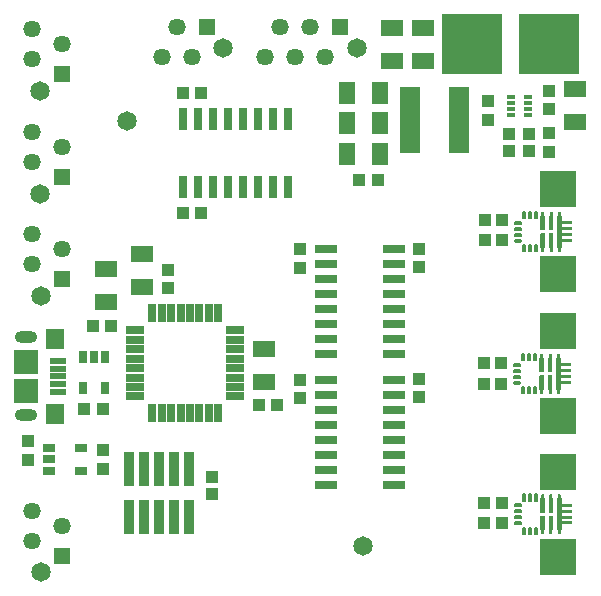
<source format=gbr>
%TF.GenerationSoftware,Altium Limited,Altium Designer,22.9.1 (49)*%
G04 Layer_Color=8388736*
%FSLAX45Y45*%
%MOMM*%
%TF.SameCoordinates,EA90029D-DDF1-4691-B258-B80E594B725E*%
%TF.FilePolarity,Negative*%
%TF.FileFunction,Soldermask,Top*%
%TF.Part,Single*%
G01*
G75*
%TA.AperFunction,SMDPad,CuDef*%
%ADD57R,1.05000X1.05000*%
%ADD58R,1.90000X1.40000*%
%ADD59R,1.05000X1.05000*%
%ADD61R,1.85000X0.70000*%
%ADD62R,1.00000X1.00000*%
%ADD63R,1.00000X1.00000*%
%TA.AperFunction,ComponentPad*%
%ADD64O,1.90000X1.00000*%
%ADD65R,1.45800X1.45800*%
%ADD66C,1.45800*%
%ADD67C,1.65000*%
%ADD68R,1.45800X1.45800*%
%TA.AperFunction,WasherPad*%
%ADD69C,1.65000*%
%TA.AperFunction,SMDPad,CuDef*%
%ADD73R,0.70000X0.40000*%
%ADD74R,1.75000X5.70000*%
%ADD75R,0.70000X1.10000*%
%TA.AperFunction,ConnectorPad*%
%ADD76R,1.45000X0.50000*%
%ADD77R,1.50000X1.70000*%
%TA.AperFunction,SMDPad,CuDef*%
%ADD78R,2.00000X2.00000*%
%ADD79R,0.65000X1.55000*%
%ADD80R,1.55000X0.65000*%
%ADD81R,3.10000X3.10000*%
%ADD82R,1.40000X1.90000*%
%ADD83R,5.10000X5.10000*%
%ADD84R,0.70000X1.85000*%
%ADD85R,0.84000X2.89000*%
%ADD86R,1.10000X0.70000*%
G36*
X8884600Y7229415D02*
Y7179415D01*
X8874600Y7169415D01*
X8859600D01*
X8849600Y7179415D01*
Y7229415D01*
X8859600Y7239415D01*
X8874600D01*
X8884600Y7229415D01*
D02*
G37*
G36*
X8834600D02*
Y7179415D01*
X8824600Y7169415D01*
X8809600D01*
X8799600Y7179415D01*
Y7229415D01*
X8809600Y7239415D01*
X8824600D01*
X8834600Y7229415D01*
D02*
G37*
G36*
X8784600D02*
Y7179415D01*
X8774600Y7169415D01*
X8759600D01*
X8749600Y7179415D01*
Y7229415D01*
X8759600Y7239415D01*
X8774600D01*
X8784600Y7229415D01*
D02*
G37*
G36*
X8749600Y7146915D02*
Y7131915D01*
X8739600Y7121915D01*
X8689600D01*
X8679600Y7131915D01*
Y7146915D01*
X8689600Y7156915D01*
X8739600D01*
X8749600Y7146915D01*
D02*
G37*
G36*
X9007098Y7229415D02*
X9007099Y7199415D01*
X9014598D01*
Y7081915D01*
X9009598Y7076914D01*
X8979599Y7076915D01*
X8974599Y7081914D01*
Y7199415D01*
X8982099D01*
Y7229415D01*
X8987099Y7234415D01*
X9002099D01*
X9007098Y7229415D01*
D02*
G37*
G36*
X8937097D02*
Y7199415D01*
X8944597D01*
X8944597Y7081915D01*
X8939597Y7076914D01*
X8909597Y7076915D01*
X8904597Y7081914D01*
Y7199415D01*
X8912097D01*
Y7229415D01*
X8917097Y7234415D01*
X8932097D01*
X8937097Y7229415D01*
D02*
G37*
G36*
X8749600Y7096915D02*
Y7081915D01*
X8739600Y7071915D01*
X8689600D01*
X8679600Y7081915D01*
Y7096915D01*
X8689600Y7106915D01*
X8739600D01*
X8749600Y7096915D01*
D02*
G37*
G36*
Y7046915D02*
Y7031915D01*
X8739600Y7021915D01*
X8689600D01*
X8679600Y7031915D01*
Y7046915D01*
X8689600Y7056915D01*
X8739600D01*
X8749600Y7046915D01*
D02*
G37*
G36*
Y6996915D02*
Y6981915D01*
X8739600Y6971915D01*
X8689600D01*
X8679600Y6981915D01*
Y6996915D01*
X8689600Y7006915D01*
X8739600D01*
X8749600Y6996915D01*
D02*
G37*
G36*
X9009602Y7051917D02*
X9014602Y7046917D01*
Y6929417D01*
X9007102D01*
Y6899417D01*
X9002102Y6894417D01*
X8987102D01*
X8982102Y6899417D01*
X8982102Y6929417D01*
X8974602D01*
Y7046917D01*
X8979602Y7051917D01*
X9009602Y7051917D01*
D02*
G37*
G36*
X9077100Y7229415D02*
Y7199415D01*
X9084600D01*
Y7151915D01*
X9169600D01*
X9174600Y7146915D01*
Y7131915D01*
X9169600Y7126915D01*
X9084600D01*
Y7101915D01*
X9169600D01*
X9174600Y7096915D01*
Y7081915D01*
X9169600Y7076915D01*
X9084600D01*
Y7051915D01*
X9169600D01*
X9174600Y7046915D01*
Y7031915D01*
X9169600Y7026915D01*
X9084600D01*
Y7001915D01*
X9169600D01*
X9174600Y6996915D01*
Y6981915D01*
X9169600Y6976915D01*
X9084600D01*
Y6929415D01*
X9077100D01*
Y6899415D01*
X9072100Y6894415D01*
X9057100D01*
X9052100Y6899415D01*
Y6929415D01*
X9044600D01*
Y7199415D01*
X9052100D01*
X9052100Y7229415D01*
X9057100Y7234415D01*
X9072100D01*
X9077100Y7229415D01*
D02*
G37*
G36*
X8939600Y7051915D02*
X8944600Y7046915D01*
Y6929415D01*
X8937100D01*
X8937100Y6899415D01*
X8932100Y6894415D01*
X8917100D01*
X8912100Y6899415D01*
X8912100Y6929415D01*
X8904600D01*
Y7046915D01*
X8909600Y7051915D01*
X8939600Y7051915D01*
D02*
G37*
G36*
X8884600Y6949415D02*
Y6899415D01*
X8874600Y6889415D01*
X8859600D01*
X8849600Y6899415D01*
Y6949415D01*
X8859600Y6959415D01*
X8874600D01*
X8884600Y6949415D01*
D02*
G37*
G36*
X8834600D02*
Y6899415D01*
X8824600Y6889415D01*
X8809600D01*
X8799600Y6899415D01*
Y6949415D01*
X8809600Y6959415D01*
X8824600D01*
X8834600Y6949415D01*
D02*
G37*
G36*
X8784600D02*
Y6899415D01*
X8774600Y6889415D01*
X8759600D01*
X8749600Y6899415D01*
Y6949415D01*
X8759600Y6959415D01*
X8774600D01*
X8784600Y6949415D01*
D02*
G37*
G36*
X8876480Y6027273D02*
Y5977273D01*
X8866480Y5967273D01*
X8851480D01*
X8841480Y5977273D01*
Y6027273D01*
X8851480Y6037273D01*
X8866480D01*
X8876480Y6027273D01*
D02*
G37*
G36*
X8826480D02*
Y5977273D01*
X8816480Y5967273D01*
X8801480D01*
X8791480Y5977273D01*
Y6027273D01*
X8801480Y6037273D01*
X8816480D01*
X8826480Y6027273D01*
D02*
G37*
G36*
X8776480D02*
Y5977273D01*
X8766480Y5967273D01*
X8751480D01*
X8741480Y5977273D01*
Y6027273D01*
X8751480Y6037273D01*
X8766480D01*
X8776480Y6027273D01*
D02*
G37*
G36*
X8741480Y5944773D02*
Y5929773D01*
X8731480Y5919773D01*
X8681480D01*
X8671480Y5929773D01*
Y5944773D01*
X8681480Y5954773D01*
X8731480D01*
X8741480Y5944773D01*
D02*
G37*
G36*
X8998978Y6027273D02*
X8998978Y5997273D01*
X9006478D01*
Y5879773D01*
X9001478Y5874773D01*
X8971478Y5874773D01*
X8966478Y5879773D01*
Y5997273D01*
X8973978D01*
Y6027273D01*
X8978978Y6032273D01*
X8993978D01*
X8998978Y6027273D01*
D02*
G37*
G36*
X8928977D02*
Y5997273D01*
X8936477D01*
X8936476Y5879773D01*
X8931476Y5874773D01*
X8901476Y5874773D01*
X8896476Y5879773D01*
Y5997273D01*
X8903977D01*
Y6027273D01*
X8908977Y6032273D01*
X8923977D01*
X8928977Y6027273D01*
D02*
G37*
G36*
X8741480Y5894773D02*
Y5879773D01*
X8731480Y5869773D01*
X8681480D01*
X8671480Y5879773D01*
Y5894773D01*
X8681480Y5904773D01*
X8731480D01*
X8741480Y5894773D01*
D02*
G37*
G36*
Y5844773D02*
Y5829773D01*
X8731480Y5819773D01*
X8681480D01*
X8671480Y5829773D01*
Y5844773D01*
X8681480Y5854773D01*
X8731480D01*
X8741480Y5844773D01*
D02*
G37*
G36*
Y5794773D02*
Y5779773D01*
X8731480Y5769773D01*
X8681480D01*
X8671480Y5779773D01*
Y5794773D01*
X8681480Y5804773D01*
X8731480D01*
X8741480Y5794773D01*
D02*
G37*
G36*
X9001481Y5849775D02*
X9006481Y5844776D01*
Y5727276D01*
X8998981D01*
Y5697276D01*
X8993981Y5692276D01*
X8978981D01*
X8973982Y5697276D01*
X8973981Y5727276D01*
X8966481D01*
Y5844775D01*
X8971481Y5849776D01*
X9001481Y5849775D01*
D02*
G37*
G36*
X9068980Y6027273D02*
Y5997273D01*
X9076480D01*
Y5949773D01*
X9161480D01*
X9166480Y5944773D01*
Y5929773D01*
X9161480Y5924773D01*
X9076480D01*
Y5899773D01*
X9161480D01*
X9166480Y5894773D01*
Y5879773D01*
X9161480Y5874773D01*
X9076480D01*
Y5849773D01*
X9161480D01*
X9166480Y5844773D01*
Y5829773D01*
X9161480Y5824773D01*
X9076480D01*
Y5799773D01*
X9161480D01*
X9166480Y5794773D01*
Y5779773D01*
X9161480Y5774773D01*
X9076480D01*
Y5727273D01*
X9068980D01*
Y5697273D01*
X9063980Y5692273D01*
X9048980D01*
X9043980Y5697273D01*
Y5727273D01*
X9036480D01*
Y5997273D01*
X9043980D01*
X9043980Y6027273D01*
X9048980Y6032273D01*
X9063980D01*
X9068980Y6027273D01*
D02*
G37*
G36*
X8931480Y5849773D02*
X8936480Y5844773D01*
Y5727273D01*
X8928980D01*
X8928980Y5697273D01*
X8923980Y5692273D01*
X8908980D01*
X8903980Y5697273D01*
X8903980Y5727273D01*
X8896480D01*
Y5844773D01*
X8901480Y5849773D01*
X8931480Y5849773D01*
D02*
G37*
G36*
X8876480Y5747273D02*
Y5697273D01*
X8866480Y5687273D01*
X8851480D01*
X8841480Y5697273D01*
Y5747273D01*
X8851480Y5757273D01*
X8866480D01*
X8876480Y5747273D01*
D02*
G37*
G36*
X8826480D02*
Y5697273D01*
X8816480Y5687273D01*
X8801480D01*
X8791480Y5697273D01*
Y5747273D01*
X8801480Y5757273D01*
X8816480D01*
X8826480Y5747273D01*
D02*
G37*
G36*
X8776480D02*
Y5697273D01*
X8766480Y5687273D01*
X8751480D01*
X8741480Y5697273D01*
Y5747273D01*
X8751480Y5757273D01*
X8766480D01*
X8776480Y5747273D01*
D02*
G37*
G36*
X8883563Y4838725D02*
Y4788725D01*
X8873563Y4778725D01*
X8858563D01*
X8848563Y4788725D01*
Y4838725D01*
X8858563Y4848725D01*
X8873563D01*
X8883563Y4838725D01*
D02*
G37*
G36*
X8833563D02*
Y4788725D01*
X8823563Y4778725D01*
X8808563D01*
X8798563Y4788725D01*
Y4838725D01*
X8808563Y4848725D01*
X8823563D01*
X8833563Y4838725D01*
D02*
G37*
G36*
X8783563D02*
Y4788725D01*
X8773563Y4778725D01*
X8758563D01*
X8748563Y4788725D01*
Y4838725D01*
X8758563Y4848725D01*
X8773563D01*
X8783563Y4838725D01*
D02*
G37*
G36*
X8748563Y4756225D02*
Y4741225D01*
X8738563Y4731225D01*
X8688563D01*
X8678563Y4741225D01*
Y4756225D01*
X8688563Y4766225D01*
X8738563D01*
X8748563Y4756225D01*
D02*
G37*
G36*
X9006061Y4838725D02*
X9006062Y4808725D01*
X9013562D01*
Y4691225D01*
X9008562Y4686225D01*
X8978562Y4686225D01*
X8973562Y4691225D01*
Y4808725D01*
X8981062D01*
Y4838725D01*
X8986062Y4843725D01*
X9001062D01*
X9006061Y4838725D01*
D02*
G37*
G36*
X8936060D02*
Y4808725D01*
X8943560D01*
X8943560Y4691225D01*
X8938560Y4686225D01*
X8908560Y4686225D01*
X8903560Y4691225D01*
Y4808725D01*
X8911060D01*
Y4838725D01*
X8916060Y4843725D01*
X8931060D01*
X8936060Y4838725D01*
D02*
G37*
G36*
X8748563Y4706225D02*
Y4691225D01*
X8738563Y4681225D01*
X8688563D01*
X8678563Y4691225D01*
Y4706225D01*
X8688563Y4716225D01*
X8738563D01*
X8748563Y4706225D01*
D02*
G37*
G36*
Y4656225D02*
Y4641225D01*
X8738563Y4631225D01*
X8688563D01*
X8678563Y4641225D01*
Y4656225D01*
X8688563Y4666225D01*
X8738563D01*
X8748563Y4656225D01*
D02*
G37*
G36*
Y4606225D02*
Y4591225D01*
X8738563Y4581225D01*
X8688563D01*
X8678563Y4591225D01*
Y4606225D01*
X8688563Y4616225D01*
X8738563D01*
X8748563Y4606225D01*
D02*
G37*
G36*
X9008565Y4661227D02*
X9013565Y4656227D01*
Y4538727D01*
X9006065D01*
Y4508727D01*
X9001065Y4503727D01*
X8986065D01*
X8981065Y4508727D01*
X8981065Y4538727D01*
X8973565D01*
Y4656227D01*
X8978565Y4661227D01*
X9008565Y4661227D01*
D02*
G37*
G36*
X9076063Y4838725D02*
Y4808725D01*
X9083563D01*
Y4761225D01*
X9168563D01*
X9173563Y4756225D01*
Y4741225D01*
X9168563Y4736225D01*
X9083563D01*
Y4711225D01*
X9168563D01*
X9173563Y4706225D01*
Y4691225D01*
X9168563Y4686225D01*
X9083563D01*
Y4661225D01*
X9168563D01*
X9173563Y4656225D01*
Y4641225D01*
X9168563Y4636225D01*
X9083563D01*
Y4611225D01*
X9168563D01*
X9173563Y4606225D01*
Y4591225D01*
X9168563Y4586225D01*
X9083563D01*
Y4538725D01*
X9076063D01*
Y4508725D01*
X9071063Y4503725D01*
X9056063D01*
X9051063Y4508725D01*
Y4538725D01*
X9043563D01*
Y4808725D01*
X9051063D01*
X9051063Y4838725D01*
X9056063Y4843725D01*
X9071063D01*
X9076063Y4838725D01*
D02*
G37*
G36*
X8938563Y4661225D02*
X8943563Y4656225D01*
Y4538725D01*
X8936063D01*
X8936063Y4508725D01*
X8931063Y4503725D01*
X8916063D01*
X8911063Y4508725D01*
X8911063Y4538725D01*
X8903563D01*
Y4656225D01*
X8908563Y4661225D01*
X8938563Y4661225D01*
D02*
G37*
G36*
X8883563Y4558725D02*
Y4508725D01*
X8873563Y4498725D01*
X8858563D01*
X8848563Y4508725D01*
Y4558725D01*
X8858563Y4568725D01*
X8873563D01*
X8883563Y4558725D01*
D02*
G37*
G36*
X8833563D02*
Y4508725D01*
X8823563Y4498725D01*
X8808563D01*
X8798563Y4508725D01*
Y4558725D01*
X8808563Y4568725D01*
X8823563D01*
X8833563Y4558725D01*
D02*
G37*
G36*
X8783563D02*
Y4508725D01*
X8773563Y4498725D01*
X8758563D01*
X8748563Y4508725D01*
Y4558725D01*
X8758563Y4568725D01*
X8773563D01*
X8783563Y4558725D01*
D02*
G37*
D57*
X5042498Y5559578D02*
D03*
X5197499D02*
D03*
X5115000Y6270000D02*
D03*
X5270000D02*
D03*
X5875000Y7225720D02*
D03*
X6030001D02*
D03*
X7527501Y7501295D02*
D03*
X7372500D02*
D03*
X6030000Y8236571D02*
D03*
X5874999D02*
D03*
X6675431Y5594576D02*
D03*
X6520430D02*
D03*
D58*
X9200430Y7991918D02*
D03*
Y8271918D02*
D03*
X5530000Y6600000D02*
D03*
Y6879999D02*
D03*
X5230000Y6745426D02*
D03*
Y6465426D02*
D03*
X7910424Y8510001D02*
D03*
Y8790000D02*
D03*
X6562929Y5790000D02*
D03*
Y6070000D02*
D03*
X7650002Y8510001D02*
D03*
Y8790000D02*
D03*
D59*
X8458727Y8169076D02*
D03*
Y8014080D02*
D03*
X8980002Y7742072D02*
D03*
Y7897073D02*
D03*
X7880427Y5664999D02*
D03*
Y5820000D02*
D03*
X7880424Y6764999D02*
D03*
Y6920000D02*
D03*
X8980000Y8260001D02*
D03*
Y8105000D02*
D03*
X6869575Y5807498D02*
D03*
Y5652497D02*
D03*
X6869572Y6916003D02*
D03*
Y6761002D02*
D03*
X4564653Y5288989D02*
D03*
Y5133988D02*
D03*
X5750423Y6585004D02*
D03*
Y6740000D02*
D03*
X5197429Y5058991D02*
D03*
Y5213992D02*
D03*
D61*
X7087503Y5812074D02*
D03*
Y5685074D02*
D03*
Y5304074D02*
D03*
Y5177074D02*
D03*
Y5050074D02*
D03*
Y4923074D02*
D03*
X7662503Y5812074D02*
D03*
Y5685074D02*
D03*
Y5558074D02*
D03*
Y5431074D02*
D03*
Y5050074D02*
D03*
Y4923074D02*
D03*
Y5304074D02*
D03*
Y5177074D02*
D03*
X7087503Y5431074D02*
D03*
Y5558074D02*
D03*
X7087500Y6920000D02*
D03*
Y6793000D02*
D03*
Y6666000D02*
D03*
Y6539000D02*
D03*
Y6412000D02*
D03*
Y6285000D02*
D03*
Y6158000D02*
D03*
Y6031000D02*
D03*
X7662500Y6920000D02*
D03*
Y6793000D02*
D03*
Y6666000D02*
D03*
Y6539000D02*
D03*
Y6412000D02*
D03*
Y6285000D02*
D03*
Y6158000D02*
D03*
Y6031000D02*
D03*
D62*
X8581674Y6990238D02*
D03*
X8431672D02*
D03*
X8581674Y7160662D02*
D03*
X8431677D02*
D03*
X8580638Y4771648D02*
D03*
X8430636D02*
D03*
X8423554Y5949777D02*
D03*
X8573557D02*
D03*
X8423554Y5779348D02*
D03*
X8573557D02*
D03*
X8580638Y4601219D02*
D03*
X8430636D02*
D03*
D63*
X8804580Y7744572D02*
D03*
Y7894569D02*
D03*
X8634156Y7894574D02*
D03*
Y7744577D02*
D03*
X6120000Y4990000D02*
D03*
Y4840003D02*
D03*
D64*
X4550000Y6170000D02*
D03*
Y5510000D02*
D03*
D65*
X4850000Y8396002D02*
D03*
X4853997Y4323000D02*
D03*
X4850001Y7526277D02*
D03*
X4854004Y6662552D02*
D03*
D66*
X4596000Y8523002D02*
D03*
X4850000Y8650002D02*
D03*
X4596000Y8777002D02*
D03*
X5699001Y8546002D02*
D03*
X5826001Y8800002D02*
D03*
X5953001Y8546002D02*
D03*
X4599997Y4704000D02*
D03*
X4853997Y4577000D02*
D03*
X4599997Y4450000D02*
D03*
X7083000Y8545999D02*
D03*
X6956000Y8799999D02*
D03*
X6829000Y8545999D02*
D03*
X6702000Y8799999D02*
D03*
X6575000Y8545999D02*
D03*
X4596001Y7907277D02*
D03*
X4850001Y7780277D02*
D03*
X4596001Y7653277D02*
D03*
X4600004Y7043552D02*
D03*
X4854004Y6916552D02*
D03*
X4600004Y6789552D02*
D03*
D67*
X4670001Y8256002D02*
D03*
X6220001Y8620002D02*
D03*
X4673997Y4183000D02*
D03*
X7350000Y8619999D02*
D03*
X4670001Y7386277D02*
D03*
X4674004Y6522552D02*
D03*
D68*
X6080001Y8800002D02*
D03*
X7210000Y8799999D02*
D03*
D69*
X5400000Y8000000D02*
D03*
X7400000Y4400000D02*
D03*
D73*
X8652078Y8204996D02*
D03*
Y8154999D02*
D03*
Y8104996D02*
D03*
Y8054999D02*
D03*
X8802075Y8204996D02*
D03*
Y8154999D02*
D03*
Y8104996D02*
D03*
Y8054999D02*
D03*
D74*
X8215803Y8006913D02*
D03*
X7800802D02*
D03*
D75*
X5217922Y5737502D02*
D03*
X5027925D02*
D03*
Y6007499D02*
D03*
X5122921D02*
D03*
X5217922D02*
D03*
D76*
X4817500Y5970000D02*
D03*
Y5905000D02*
D03*
Y5840000D02*
D03*
Y5775000D02*
D03*
Y5710000D02*
D03*
D77*
X4795000Y6160000D02*
D03*
Y5520000D02*
D03*
D78*
X4550000Y5960000D02*
D03*
Y5720000D02*
D03*
D79*
X6177503Y5527499D02*
D03*
X6097503D02*
D03*
X6017503D02*
D03*
X5937498D02*
D03*
X5857499D02*
D03*
X5777499D02*
D03*
X5697499D02*
D03*
X5617499D02*
D03*
Y6372501D02*
D03*
X5697499D02*
D03*
X5777499D02*
D03*
X5857499D02*
D03*
X5937498D02*
D03*
X6017503D02*
D03*
X6097503D02*
D03*
X6177503D02*
D03*
D80*
X5475000Y5670003D02*
D03*
Y5750003D02*
D03*
Y5830003D02*
D03*
Y5910002D02*
D03*
Y5990002D02*
D03*
Y6070002D02*
D03*
Y6150002D02*
D03*
Y6230002D02*
D03*
X6320002D02*
D03*
Y6150002D02*
D03*
Y6070002D02*
D03*
Y5990002D02*
D03*
Y5910002D02*
D03*
Y5830003D02*
D03*
Y5750003D02*
D03*
Y5670003D02*
D03*
D81*
X9049999Y4313138D02*
D03*
X9050000Y5034311D02*
D03*
X9050000Y7425000D02*
D03*
Y6703826D02*
D03*
Y5501687D02*
D03*
Y6222861D02*
D03*
D82*
X7542875Y7721722D02*
D03*
X7262876D02*
D03*
X7542875Y7982148D02*
D03*
X7262876D02*
D03*
X7542875Y8242574D02*
D03*
X7262876D02*
D03*
D83*
X8974999Y8650000D02*
D03*
X8325002D02*
D03*
D84*
X5880501Y7443648D02*
D03*
X6007501D02*
D03*
X6134501D02*
D03*
X6261501D02*
D03*
X6388501D02*
D03*
X6515501D02*
D03*
X6642501D02*
D03*
X6769501D02*
D03*
X5880501Y8018648D02*
D03*
X6007501D02*
D03*
X6134501D02*
D03*
X6261501D02*
D03*
X6388501D02*
D03*
X6515501D02*
D03*
X6642501D02*
D03*
X6769501D02*
D03*
D85*
X5548001Y5053500D02*
D03*
Y4646500D02*
D03*
X5421001Y5053500D02*
D03*
Y4646500D02*
D03*
X5929001Y5053500D02*
D03*
Y4646500D02*
D03*
X5802001Y5053500D02*
D03*
Y4646500D02*
D03*
X5675001Y5053500D02*
D03*
Y4646500D02*
D03*
D86*
X5015077Y5041491D02*
D03*
Y5231488D02*
D03*
X4745080Y5041491D02*
D03*
Y5136492D02*
D03*
Y5231488D02*
D03*
%TF.MD5,ce31bb70388073ad189d785b26cad3e4*%
M02*

</source>
